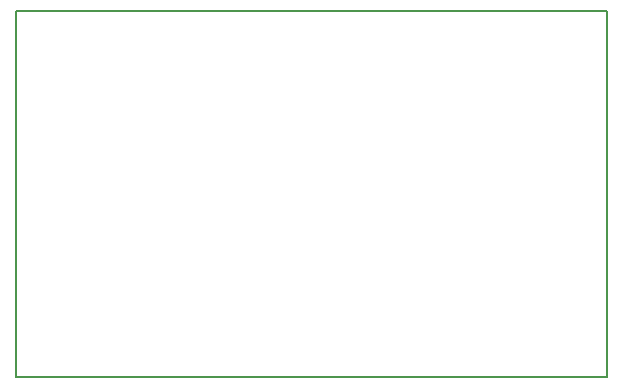
<source format=gko>
%FSLAX23Y23*%
%MOIN*%
G70*
G01*
G75*
G04 Layer_Color=16711935*
%ADD10R,0.059X0.055*%
%ADD11R,0.100X0.060*%
%ADD12R,0.055X0.059*%
%ADD13R,0.071X0.075*%
%ADD14R,0.055X0.016*%
%ADD15O,0.083X0.010*%
%ADD16O,0.010X0.083*%
%ADD17R,0.217X0.079*%
%ADD18R,0.010X0.055*%
%ADD19R,0.055X0.010*%
%ADD20R,0.163X0.163*%
%ADD21C,0.010*%
%ADD22C,0.020*%
%ADD23C,0.015*%
%ADD24O,0.050X0.040*%
%ADD25R,0.050X0.040*%
%ADD26C,0.187*%
%ADD27R,0.067X0.067*%
%ADD28C,0.067*%
%ADD29C,0.030*%
%ADD30R,0.024X0.051*%
%ADD31R,0.024X0.043*%
%ADD32C,0.024*%
%ADD33C,0.010*%
%ADD34C,0.008*%
%ADD35C,0.008*%
%ADD36C,0.006*%
%ADD37R,0.067X0.063*%
%ADD38R,0.108X0.068*%
%ADD39R,0.063X0.067*%
%ADD40R,0.079X0.083*%
%ADD41R,0.063X0.024*%
%ADD42O,0.091X0.018*%
%ADD43O,0.018X0.091*%
%ADD44R,0.225X0.087*%
%ADD45R,0.018X0.063*%
%ADD46R,0.063X0.018*%
%ADD47R,0.171X0.171*%
%ADD48O,0.058X0.048*%
%ADD49R,0.058X0.048*%
%ADD50C,0.195*%
%ADD51R,0.075X0.075*%
%ADD52C,0.075*%
%ADD53C,0.038*%
%ADD54R,0.032X0.059*%
%ADD55R,0.032X0.051*%
D35*
X-0Y20D02*
X1969D01*
Y1240D01*
X-0D02*
X1969D01*
X-0Y20D02*
Y1240D01*
M02*

</source>
